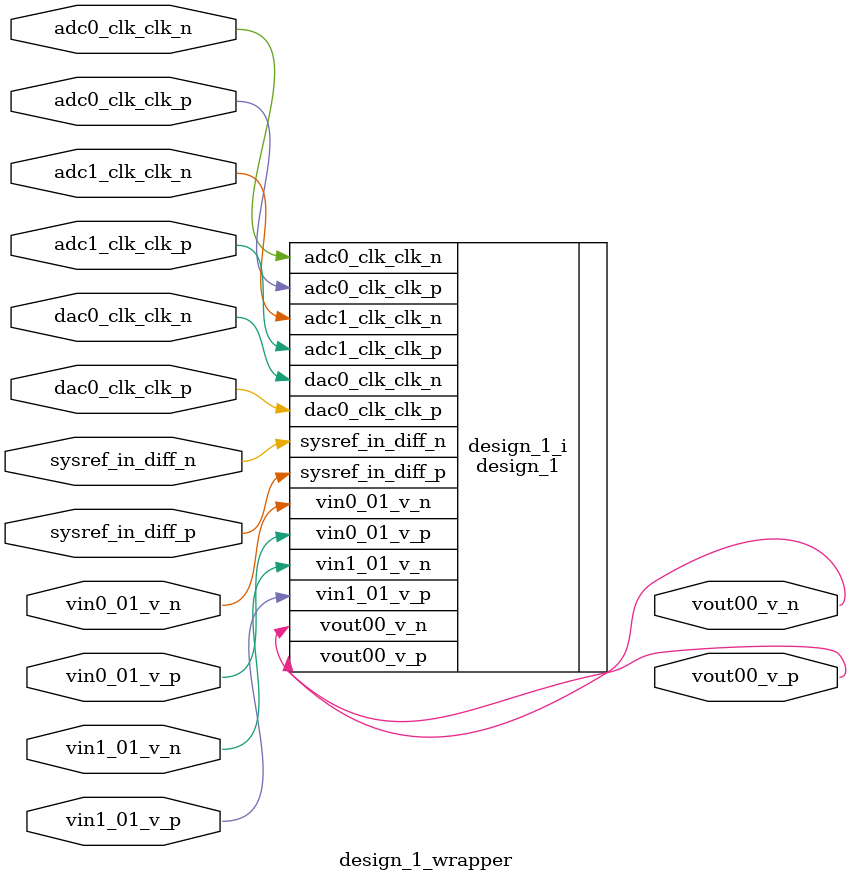
<source format=v>
`timescale 1 ps / 1 ps

module design_1_wrapper
   (adc0_clk_clk_n,
    adc0_clk_clk_p,
    adc1_clk_clk_n,
    adc1_clk_clk_p,
    dac0_clk_clk_n,
    dac0_clk_clk_p,
    sysref_in_diff_n,
    sysref_in_diff_p,
    vin0_01_v_n,
    vin0_01_v_p,
    vin1_01_v_n,
    vin1_01_v_p,
    vout00_v_n,
    vout00_v_p);
  input adc0_clk_clk_n;
  input adc0_clk_clk_p;
  input adc1_clk_clk_n;
  input adc1_clk_clk_p;
  input dac0_clk_clk_n;
  input dac0_clk_clk_p;
  input sysref_in_diff_n;
  input sysref_in_diff_p;
  input vin0_01_v_n;
  input vin0_01_v_p;
  input vin1_01_v_n;
  input vin1_01_v_p;
  output vout00_v_n;
  output vout00_v_p;

  wire adc0_clk_clk_n;
  wire adc0_clk_clk_p;
  wire adc1_clk_clk_n;
  wire adc1_clk_clk_p;
  wire dac0_clk_clk_n;
  wire dac0_clk_clk_p;
  wire sysref_in_diff_n;
  wire sysref_in_diff_p;
  wire vin0_01_v_n;
  wire vin0_01_v_p;
  wire vin1_01_v_n;
  wire vin1_01_v_p;
  wire vout00_v_n;
  wire vout00_v_p;

  design_1 design_1_i
       (.adc0_clk_clk_n(adc0_clk_clk_n),
        .adc0_clk_clk_p(adc0_clk_clk_p),
        .adc1_clk_clk_n(adc1_clk_clk_n),
        .adc1_clk_clk_p(adc1_clk_clk_p),
        .dac0_clk_clk_n(dac0_clk_clk_n),
        .dac0_clk_clk_p(dac0_clk_clk_p),
        .sysref_in_diff_n(sysref_in_diff_n),
        .sysref_in_diff_p(sysref_in_diff_p),
        .vin0_01_v_n(vin0_01_v_n),
        .vin0_01_v_p(vin0_01_v_p),
        .vin1_01_v_n(vin1_01_v_n),
        .vin1_01_v_p(vin1_01_v_p),
        .vout00_v_n(vout00_v_n),
        .vout00_v_p(vout00_v_p));
endmodule

</source>
